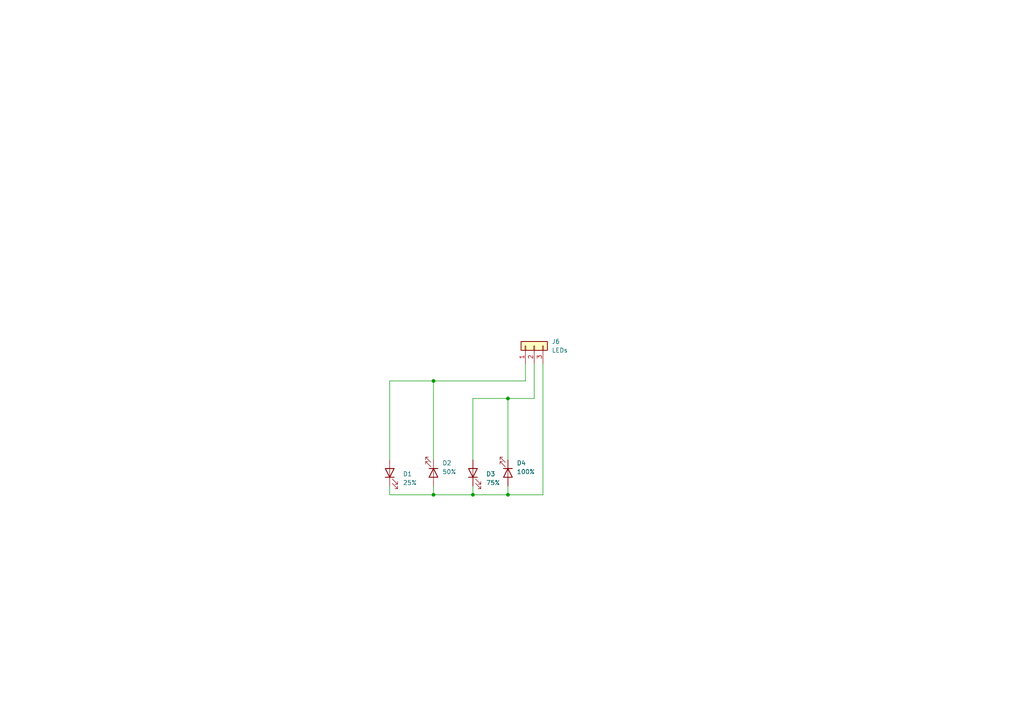
<source format=kicad_sch>
(kicad_sch
	(version 20250114)
	(generator "eeschema")
	(generator_version "9.0")
	(uuid "345bc13d-6add-4118-85b8-ae1fb4b40dd2")
	(paper "A4")
	(lib_symbols
		(symbol "Connector_Generic:Conn_01x03"
			(pin_names
				(offset 1.016)
				(hide yes)
			)
			(exclude_from_sim no)
			(in_bom yes)
			(on_board yes)
			(property "Reference" "J"
				(at 0 5.08 0)
				(effects
					(font
						(size 1.27 1.27)
					)
				)
			)
			(property "Value" "Conn_01x03"
				(at 0 -5.08 0)
				(effects
					(font
						(size 1.27 1.27)
					)
				)
			)
			(property "Footprint" ""
				(at 0 0 0)
				(effects
					(font
						(size 1.27 1.27)
					)
					(hide yes)
				)
			)
			(property "Datasheet" "~"
				(at 0 0 0)
				(effects
					(font
						(size 1.27 1.27)
					)
					(hide yes)
				)
			)
			(property "Description" "Generic connector, single row, 01x03, script generated (kicad-library-utils/schlib/autogen/connector/)"
				(at 0 0 0)
				(effects
					(font
						(size 1.27 1.27)
					)
					(hide yes)
				)
			)
			(property "ki_keywords" "connector"
				(at 0 0 0)
				(effects
					(font
						(size 1.27 1.27)
					)
					(hide yes)
				)
			)
			(property "ki_fp_filters" "Connector*:*_1x??_*"
				(at 0 0 0)
				(effects
					(font
						(size 1.27 1.27)
					)
					(hide yes)
				)
			)
			(symbol "Conn_01x03_1_1"
				(rectangle
					(start -1.27 3.81)
					(end 1.27 -3.81)
					(stroke
						(width 0.254)
						(type default)
					)
					(fill
						(type background)
					)
				)
				(rectangle
					(start -1.27 2.667)
					(end 0 2.413)
					(stroke
						(width 0.1524)
						(type default)
					)
					(fill
						(type none)
					)
				)
				(rectangle
					(start -1.27 0.127)
					(end 0 -0.127)
					(stroke
						(width 0.1524)
						(type default)
					)
					(fill
						(type none)
					)
				)
				(rectangle
					(start -1.27 -2.413)
					(end 0 -2.667)
					(stroke
						(width 0.1524)
						(type default)
					)
					(fill
						(type none)
					)
				)
				(pin passive line
					(at -5.08 2.54 0)
					(length 3.81)
					(name "Pin_1"
						(effects
							(font
								(size 1.27 1.27)
							)
						)
					)
					(number "1"
						(effects
							(font
								(size 1.27 1.27)
							)
						)
					)
				)
				(pin passive line
					(at -5.08 0 0)
					(length 3.81)
					(name "Pin_2"
						(effects
							(font
								(size 1.27 1.27)
							)
						)
					)
					(number "2"
						(effects
							(font
								(size 1.27 1.27)
							)
						)
					)
				)
				(pin passive line
					(at -5.08 -2.54 0)
					(length 3.81)
					(name "Pin_3"
						(effects
							(font
								(size 1.27 1.27)
							)
						)
					)
					(number "3"
						(effects
							(font
								(size 1.27 1.27)
							)
						)
					)
				)
			)
			(embedded_fonts no)
		)
		(symbol "Device:LED"
			(pin_numbers
				(hide yes)
			)
			(pin_names
				(offset 1.016)
				(hide yes)
			)
			(exclude_from_sim no)
			(in_bom yes)
			(on_board yes)
			(property "Reference" "D"
				(at 0 2.54 0)
				(effects
					(font
						(size 1.27 1.27)
					)
				)
			)
			(property "Value" "LED"
				(at 0 -2.54 0)
				(effects
					(font
						(size 1.27 1.27)
					)
				)
			)
			(property "Footprint" ""
				(at 0 0 0)
				(effects
					(font
						(size 1.27 1.27)
					)
					(hide yes)
				)
			)
			(property "Datasheet" "~"
				(at 0 0 0)
				(effects
					(font
						(size 1.27 1.27)
					)
					(hide yes)
				)
			)
			(property "Description" "Light emitting diode"
				(at 0 0 0)
				(effects
					(font
						(size 1.27 1.27)
					)
					(hide yes)
				)
			)
			(property "Sim.Pins" "1=K 2=A"
				(at 0 0 0)
				(effects
					(font
						(size 1.27 1.27)
					)
					(hide yes)
				)
			)
			(property "ki_keywords" "LED diode"
				(at 0 0 0)
				(effects
					(font
						(size 1.27 1.27)
					)
					(hide yes)
				)
			)
			(property "ki_fp_filters" "LED* LED_SMD:* LED_THT:*"
				(at 0 0 0)
				(effects
					(font
						(size 1.27 1.27)
					)
					(hide yes)
				)
			)
			(symbol "LED_0_1"
				(polyline
					(pts
						(xy -3.048 -0.762) (xy -4.572 -2.286) (xy -3.81 -2.286) (xy -4.572 -2.286) (xy -4.572 -1.524)
					)
					(stroke
						(width 0)
						(type default)
					)
					(fill
						(type none)
					)
				)
				(polyline
					(pts
						(xy -1.778 -0.762) (xy -3.302 -2.286) (xy -2.54 -2.286) (xy -3.302 -2.286) (xy -3.302 -1.524)
					)
					(stroke
						(width 0)
						(type default)
					)
					(fill
						(type none)
					)
				)
				(polyline
					(pts
						(xy -1.27 0) (xy 1.27 0)
					)
					(stroke
						(width 0)
						(type default)
					)
					(fill
						(type none)
					)
				)
				(polyline
					(pts
						(xy -1.27 -1.27) (xy -1.27 1.27)
					)
					(stroke
						(width 0.254)
						(type default)
					)
					(fill
						(type none)
					)
				)
				(polyline
					(pts
						(xy 1.27 -1.27) (xy 1.27 1.27) (xy -1.27 0) (xy 1.27 -1.27)
					)
					(stroke
						(width 0.254)
						(type default)
					)
					(fill
						(type none)
					)
				)
			)
			(symbol "LED_1_1"
				(pin passive line
					(at -3.81 0 0)
					(length 2.54)
					(name "K"
						(effects
							(font
								(size 1.27 1.27)
							)
						)
					)
					(number "1"
						(effects
							(font
								(size 1.27 1.27)
							)
						)
					)
				)
				(pin passive line
					(at 3.81 0 180)
					(length 2.54)
					(name "A"
						(effects
							(font
								(size 1.27 1.27)
							)
						)
					)
					(number "2"
						(effects
							(font
								(size 1.27 1.27)
							)
						)
					)
				)
			)
			(embedded_fonts no)
		)
		(symbol "LED_1"
			(pin_numbers
				(hide yes)
			)
			(pin_names
				(offset 1.016)
				(hide yes)
			)
			(exclude_from_sim no)
			(in_bom yes)
			(on_board yes)
			(property "Reference" "D"
				(at 0 2.54 0)
				(effects
					(font
						(size 1.27 1.27)
					)
				)
			)
			(property "Value" "LED"
				(at 0 -2.54 0)
				(effects
					(font
						(size 1.27 1.27)
					)
				)
			)
			(property "Footprint" ""
				(at 0 0 0)
				(effects
					(font
						(size 1.27 1.27)
					)
					(hide yes)
				)
			)
			(property "Datasheet" "~"
				(at 0 0 0)
				(effects
					(font
						(size 1.27 1.27)
					)
					(hide yes)
				)
			)
			(property "Description" "Light emitting diode"
				(at 0 0 0)
				(effects
					(font
						(size 1.27 1.27)
					)
					(hide yes)
				)
			)
			(property "Sim.Pins" "1=K 2=A"
				(at 0 0 0)
				(effects
					(font
						(size 1.27 1.27)
					)
					(hide yes)
				)
			)
			(property "ki_keywords" "LED diode"
				(at 0 0 0)
				(effects
					(font
						(size 1.27 1.27)
					)
					(hide yes)
				)
			)
			(property "ki_fp_filters" "LED* LED_SMD:* LED_THT:*"
				(at 0 0 0)
				(effects
					(font
						(size 1.27 1.27)
					)
					(hide yes)
				)
			)
			(symbol "LED_1_0_1"
				(polyline
					(pts
						(xy -3.048 -0.762) (xy -4.572 -2.286) (xy -3.81 -2.286) (xy -4.572 -2.286) (xy -4.572 -1.524)
					)
					(stroke
						(width 0)
						(type default)
					)
					(fill
						(type none)
					)
				)
				(polyline
					(pts
						(xy -1.778 -0.762) (xy -3.302 -2.286) (xy -2.54 -2.286) (xy -3.302 -2.286) (xy -3.302 -1.524)
					)
					(stroke
						(width 0)
						(type default)
					)
					(fill
						(type none)
					)
				)
				(polyline
					(pts
						(xy -1.27 0) (xy 1.27 0)
					)
					(stroke
						(width 0)
						(type default)
					)
					(fill
						(type none)
					)
				)
				(polyline
					(pts
						(xy -1.27 -1.27) (xy -1.27 1.27)
					)
					(stroke
						(width 0.254)
						(type default)
					)
					(fill
						(type none)
					)
				)
				(polyline
					(pts
						(xy 1.27 -1.27) (xy 1.27 1.27) (xy -1.27 0) (xy 1.27 -1.27)
					)
					(stroke
						(width 0.254)
						(type default)
					)
					(fill
						(type none)
					)
				)
			)
			(symbol "LED_1_1_1"
				(pin passive line
					(at -3.81 0 0)
					(length 2.54)
					(name "K"
						(effects
							(font
								(size 1.27 1.27)
							)
						)
					)
					(number "1"
						(effects
							(font
								(size 1.27 1.27)
							)
						)
					)
				)
				(pin passive line
					(at 3.81 0 180)
					(length 2.54)
					(name "A"
						(effects
							(font
								(size 1.27 1.27)
							)
						)
					)
					(number "2"
						(effects
							(font
								(size 1.27 1.27)
							)
						)
					)
				)
			)
			(embedded_fonts no)
		)
	)
	(junction
		(at 137.16 143.51)
		(diameter 0)
		(color 0 0 0 0)
		(uuid "2578fbbd-fd22-44aa-b5c2-9b8243f77324")
	)
	(junction
		(at 125.73 110.49)
		(diameter 0)
		(color 0 0 0 0)
		(uuid "2d755759-7855-4b9e-b398-34c3b273a66e")
	)
	(junction
		(at 147.32 143.51)
		(diameter 0)
		(color 0 0 0 0)
		(uuid "466b00e0-74c1-4a2d-bfdd-92207d86cf9e")
	)
	(junction
		(at 147.32 115.57)
		(diameter 0)
		(color 0 0 0 0)
		(uuid "65a44fa4-c30c-4e77-91da-8daa12b3cdaf")
	)
	(junction
		(at 125.73 143.51)
		(diameter 0)
		(color 0 0 0 0)
		(uuid "ded514e3-723a-4012-a240-ee75d3780483")
	)
	(wire
		(pts
			(xy 137.16 133.35) (xy 137.16 115.57)
		)
		(stroke
			(width 0)
			(type default)
		)
		(uuid "26cdc582-555b-4f18-b4ab-b86e7de89f39")
	)
	(wire
		(pts
			(xy 147.32 115.57) (xy 154.94 115.57)
		)
		(stroke
			(width 0)
			(type default)
		)
		(uuid "33a25ad7-a5ff-4d0b-b002-71dfbbcff97e")
	)
	(wire
		(pts
			(xy 152.4 110.49) (xy 152.4 105.41)
		)
		(stroke
			(width 0)
			(type default)
		)
		(uuid "4839a85b-332a-46c0-80fb-8219a07cc3d8")
	)
	(wire
		(pts
			(xy 137.16 140.97) (xy 137.16 143.51)
		)
		(stroke
			(width 0)
			(type default)
		)
		(uuid "489ae9be-d6ce-480d-9754-c584fe028d1d")
	)
	(wire
		(pts
			(xy 113.03 140.97) (xy 113.03 143.51)
		)
		(stroke
			(width 0)
			(type default)
		)
		(uuid "498dcae6-ede7-40f8-a7bc-f98e0d31a408")
	)
	(wire
		(pts
			(xy 137.16 143.51) (xy 147.32 143.51)
		)
		(stroke
			(width 0)
			(type default)
		)
		(uuid "545c5365-41dc-4f51-907b-d9598d5c8a8f")
	)
	(wire
		(pts
			(xy 137.16 115.57) (xy 147.32 115.57)
		)
		(stroke
			(width 0)
			(type default)
		)
		(uuid "5947b5ee-56c5-4b71-af48-666072f510ec")
	)
	(wire
		(pts
			(xy 113.03 133.35) (xy 113.03 110.49)
		)
		(stroke
			(width 0)
			(type default)
		)
		(uuid "6b94917c-a656-4ff3-82dc-7ea4ce04d8e6")
	)
	(wire
		(pts
			(xy 113.03 110.49) (xy 125.73 110.49)
		)
		(stroke
			(width 0)
			(type default)
		)
		(uuid "7c926bf6-4003-48f8-a19b-6c2112812165")
	)
	(wire
		(pts
			(xy 147.32 115.57) (xy 147.32 133.35)
		)
		(stroke
			(width 0)
			(type default)
		)
		(uuid "7ec462ba-1995-4ed8-9f24-f307d1bbfa1a")
	)
	(wire
		(pts
			(xy 125.73 110.49) (xy 125.73 133.35)
		)
		(stroke
			(width 0)
			(type default)
		)
		(uuid "829beaa9-5f47-4072-a0ac-5a03c6b7b246")
	)
	(wire
		(pts
			(xy 147.32 143.51) (xy 147.32 140.97)
		)
		(stroke
			(width 0)
			(type default)
		)
		(uuid "8578258b-69c1-43e6-9bba-64f1b269963b")
	)
	(wire
		(pts
			(xy 147.32 143.51) (xy 157.48 143.51)
		)
		(stroke
			(width 0)
			(type default)
		)
		(uuid "acefcfb8-613e-45b6-a348-b9f835ee490f")
	)
	(wire
		(pts
			(xy 157.48 143.51) (xy 157.48 105.41)
		)
		(stroke
			(width 0)
			(type default)
		)
		(uuid "b073832f-1b2d-48f6-9f9f-6f7cce2eda6d")
	)
	(wire
		(pts
			(xy 125.73 143.51) (xy 137.16 143.51)
		)
		(stroke
			(width 0)
			(type default)
		)
		(uuid "bbcdf668-88a8-4bc6-85d6-3e301712e644")
	)
	(wire
		(pts
			(xy 113.03 143.51) (xy 125.73 143.51)
		)
		(stroke
			(width 0)
			(type default)
		)
		(uuid "cd0caf4a-acc4-47dc-a161-ee3d70d63f04")
	)
	(wire
		(pts
			(xy 154.94 115.57) (xy 154.94 105.41)
		)
		(stroke
			(width 0)
			(type default)
		)
		(uuid "d56f4aac-cd57-47d4-bb42-0a9106d9a559")
	)
	(wire
		(pts
			(xy 125.73 110.49) (xy 152.4 110.49)
		)
		(stroke
			(width 0)
			(type default)
		)
		(uuid "f622b92e-e874-4bd8-bcad-bcad0ae3f463")
	)
	(wire
		(pts
			(xy 125.73 140.97) (xy 125.73 143.51)
		)
		(stroke
			(width 0)
			(type default)
		)
		(uuid "fee84484-3221-4d83-ac33-9800a3d38e8e")
	)
	(symbol
		(lib_id "Device:LED")
		(at 147.32 137.16 270)
		(unit 1)
		(exclude_from_sim no)
		(in_bom yes)
		(on_board yes)
		(dnp no)
		(fields_autoplaced yes)
		(uuid "336b3b04-32a3-4ba5-854f-cc85a4fb2baf")
		(property "Reference" "D4"
			(at 149.86 134.3024 90)
			(effects
				(font
					(size 1.27 1.27)
				)
				(justify left)
			)
		)
		(property "Value" "100%"
			(at 149.86 136.8424 90)
			(effects
				(font
					(size 1.27 1.27)
				)
				(justify left)
			)
		)
		(property "Footprint" "LED_SMD:LED_0805_2012Metric"
			(at 147.32 137.16 0)
			(effects
				(font
					(size 1.27 1.27)
				)
				(hide yes)
			)
		)
		(property "Datasheet" "~"
			(at 147.32 137.16 0)
			(effects
				(font
					(size 1.27 1.27)
				)
				(hide yes)
			)
		)
		(property "Description" "Light emitting diode"
			(at 147.32 137.16 0)
			(effects
				(font
					(size 1.27 1.27)
				)
				(hide yes)
			)
		)
		(property "Sim.Pins" "1=K 2=A"
			(at 147.32 137.16 0)
			(effects
				(font
					(size 1.27 1.27)
				)
				(hide yes)
			)
		)
		(pin "1"
			(uuid "60a5f19f-1bea-449f-8931-8fbaa4ee75a2")
		)
		(pin "2"
			(uuid "1e8b3edb-072c-499a-b852-a2f13dbcad8d")
		)
		(instances
			(project ""
				(path "/345bc13d-6add-4118-85b8-ae1fb4b40dd2"
					(reference "D4")
					(unit 1)
				)
			)
		)
	)
	(symbol
		(lib_name "LED_1")
		(lib_id "Device:LED")
		(at 113.03 137.16 90)
		(unit 1)
		(exclude_from_sim no)
		(in_bom yes)
		(on_board yes)
		(dnp no)
		(fields_autoplaced yes)
		(uuid "57fb5880-f04b-4c0c-aa0e-06b5b270a3d3")
		(property "Reference" "D1"
			(at 116.84 137.4774 90)
			(effects
				(font
					(size 1.27 1.27)
				)
				(justify right)
			)
		)
		(property "Value" "25%"
			(at 116.84 140.0174 90)
			(effects
				(font
					(size 1.27 1.27)
				)
				(justify right)
			)
		)
		(property "Footprint" "LED_SMD:LED_0805_2012Metric"
			(at 113.03 137.16 0)
			(effects
				(font
					(size 1.27 1.27)
				)
				(hide yes)
			)
		)
		(property "Datasheet" "~"
			(at 113.03 137.16 0)
			(effects
				(font
					(size 1.27 1.27)
				)
				(hide yes)
			)
		)
		(property "Description" "Light emitting diode"
			(at 113.03 137.16 0)
			(effects
				(font
					(size 1.27 1.27)
				)
				(hide yes)
			)
		)
		(property "Sim.Pins" "1=K 2=A"
			(at 113.03 137.16 0)
			(effects
				(font
					(size 1.27 1.27)
				)
				(hide yes)
			)
		)
		(pin "1"
			(uuid "cd1b0dcb-828f-4602-b626-7dd6794deea0")
		)
		(pin "2"
			(uuid "86181e3b-6a00-4488-a9c1-2cd93cfa4fb2")
		)
		(instances
			(project ""
				(path "/345bc13d-6add-4118-85b8-ae1fb4b40dd2"
					(reference "D1")
					(unit 1)
				)
			)
		)
	)
	(symbol
		(lib_id "Device:LED")
		(at 125.73 137.16 270)
		(unit 1)
		(exclude_from_sim no)
		(in_bom yes)
		(on_board yes)
		(dnp no)
		(fields_autoplaced yes)
		(uuid "b05416c7-10aa-47a2-ac71-f6eda60ee045")
		(property "Reference" "D2"
			(at 128.27 134.3024 90)
			(effects
				(font
					(size 1.27 1.27)
				)
				(justify left)
			)
		)
		(property "Value" "50%"
			(at 128.27 136.8424 90)
			(effects
				(font
					(size 1.27 1.27)
				)
				(justify left)
			)
		)
		(property "Footprint" "LED_SMD:LED_0805_2012Metric"
			(at 125.73 137.16 0)
			(effects
				(font
					(size 1.27 1.27)
				)
				(hide yes)
			)
		)
		(property "Datasheet" "~"
			(at 125.73 137.16 0)
			(effects
				(font
					(size 1.27 1.27)
				)
				(hide yes)
			)
		)
		(property "Description" "Light emitting diode"
			(at 125.73 137.16 0)
			(effects
				(font
					(size 1.27 1.27)
				)
				(hide yes)
			)
		)
		(property "Sim.Pins" "1=K 2=A"
			(at 125.73 137.16 0)
			(effects
				(font
					(size 1.27 1.27)
				)
				(hide yes)
			)
		)
		(pin "2"
			(uuid "cb591aa1-c125-4e95-b776-24fa454fe818")
		)
		(pin "1"
			(uuid "19792d16-5081-45b9-ae79-5af8879b1367")
		)
		(instances
			(project ""
				(path "/345bc13d-6add-4118-85b8-ae1fb4b40dd2"
					(reference "D2")
					(unit 1)
				)
			)
		)
	)
	(symbol
		(lib_id "Connector_Generic:Conn_01x03")
		(at 154.94 100.33 90)
		(unit 1)
		(exclude_from_sim no)
		(in_bom yes)
		(on_board yes)
		(dnp no)
		(fields_autoplaced yes)
		(uuid "bc9e5ba3-f945-4dcc-a03f-1bf66da72c18")
		(property "Reference" "J6"
			(at 160.02 99.0599 90)
			(effects
				(font
					(size 1.27 1.27)
				)
				(justify right)
			)
		)
		(property "Value" "LEDs"
			(at 160.02 101.5999 90)
			(effects
				(font
					(size 1.27 1.27)
				)
				(justify right)
			)
		)
		(property "Footprint" ""
			(at 154.94 100.33 0)
			(effects
				(font
					(size 1.27 1.27)
				)
				(hide yes)
			)
		)
		(property "Datasheet" "~"
			(at 154.94 100.33 0)
			(effects
				(font
					(size 1.27 1.27)
				)
				(hide yes)
			)
		)
		(property "Description" "Generic connector, single row, 01x03, script generated (kicad-library-utils/schlib/autogen/connector/)"
			(at 154.94 100.33 0)
			(effects
				(font
					(size 1.27 1.27)
				)
				(hide yes)
			)
		)
		(pin "3"
			(uuid "5898e779-03ce-491b-a0a8-4512e5efe118")
		)
		(pin "2"
			(uuid "d358122b-4b1d-4b6e-9a95-9d591e8fda0a")
		)
		(pin "1"
			(uuid "ea4c7c91-0f69-4d13-9998-946d594ee7db")
		)
		(instances
			(project ""
				(path "/345bc13d-6add-4118-85b8-ae1fb4b40dd2"
					(reference "J6")
					(unit 1)
				)
			)
		)
	)
	(symbol
		(lib_id "Device:LED")
		(at 137.16 137.16 90)
		(unit 1)
		(exclude_from_sim no)
		(in_bom yes)
		(on_board yes)
		(dnp no)
		(fields_autoplaced yes)
		(uuid "fb0971ba-de26-425c-8ed4-bcbd46ab7db5")
		(property "Reference" "D3"
			(at 140.97 137.4774 90)
			(effects
				(font
					(size 1.27 1.27)
				)
				(justify right)
			)
		)
		(property "Value" "75%"
			(at 140.97 140.0174 90)
			(effects
				(font
					(size 1.27 1.27)
				)
				(justify right)
			)
		)
		(property "Footprint" "LED_SMD:LED_0805_2012Metric"
			(at 137.16 137.16 0)
			(effects
				(font
					(size 1.27 1.27)
				)
				(hide yes)
			)
		)
		(property "Datasheet" "~"
			(at 137.16 137.16 0)
			(effects
				(font
					(size 1.27 1.27)
				)
				(hide yes)
			)
		)
		(property "Description" "Light emitting diode"
			(at 137.16 137.16 0)
			(effects
				(font
					(size 1.27 1.27)
				)
				(hide yes)
			)
		)
		(property "Sim.Pins" "1=K 2=A"
			(at 137.16 137.16 0)
			(effects
				(font
					(size 1.27 1.27)
				)
				(hide yes)
			)
		)
		(pin "1"
			(uuid "75408840-a9ea-4646-a33a-9d1390522ee0")
		)
		(pin "2"
			(uuid "aeabdad6-afc5-4871-a9b9-dd08f4d51c95")
		)
		(instances
			(project ""
				(path "/345bc13d-6add-4118-85b8-ae1fb4b40dd2"
					(reference "D3")
					(unit 1)
				)
			)
		)
	)
	(sheet_instances
		(path "/"
			(page "1")
		)
	)
	(embedded_fonts no)
)

</source>
